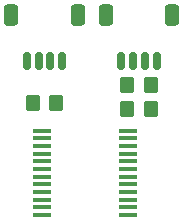
<source format=gbr>
%TF.GenerationSoftware,KiCad,Pcbnew,(6.0.7)*%
%TF.CreationDate,2022-10-11T20:39:03-05:00*%
%TF.ProjectId,PCA9535,50434139-3533-4352-9e6b-696361645f70,rev?*%
%TF.SameCoordinates,Original*%
%TF.FileFunction,Paste,Top*%
%TF.FilePolarity,Positive*%
%FSLAX46Y46*%
G04 Gerber Fmt 4.6, Leading zero omitted, Abs format (unit mm)*
G04 Created by KiCad (PCBNEW (6.0.7)) date 2022-10-11 20:39:03*
%MOMM*%
%LPD*%
G01*
G04 APERTURE LIST*
G04 Aperture macros list*
%AMRoundRect*
0 Rectangle with rounded corners*
0 $1 Rounding radius*
0 $2 $3 $4 $5 $6 $7 $8 $9 X,Y pos of 4 corners*
0 Add a 4 corners polygon primitive as box body*
4,1,4,$2,$3,$4,$5,$6,$7,$8,$9,$2,$3,0*
0 Add four circle primitives for the rounded corners*
1,1,$1+$1,$2,$3*
1,1,$1+$1,$4,$5*
1,1,$1+$1,$6,$7*
1,1,$1+$1,$8,$9*
0 Add four rect primitives between the rounded corners*
20,1,$1+$1,$2,$3,$4,$5,0*
20,1,$1+$1,$4,$5,$6,$7,0*
20,1,$1+$1,$6,$7,$8,$9,0*
20,1,$1+$1,$8,$9,$2,$3,0*%
G04 Aperture macros list end*
%ADD10RoundRect,0.250000X0.350000X0.650000X-0.350000X0.650000X-0.350000X-0.650000X0.350000X-0.650000X0*%
%ADD11RoundRect,0.150000X0.150000X0.625000X-0.150000X0.625000X-0.150000X-0.625000X0.150000X-0.625000X0*%
%ADD12R,1.639799X0.431000*%
%ADD13RoundRect,0.250000X0.350000X0.450000X-0.350000X0.450000X-0.350000X-0.450000X0.350000X-0.450000X0*%
%ADD14RoundRect,0.250000X-0.350000X-0.450000X0.350000X-0.450000X0.350000X0.450000X-0.350000X0.450000X0*%
G04 APERTURE END LIST*
D10*
%TO.C,J2*%
X169300000Y-75125000D03*
X163700000Y-75125000D03*
D11*
X165000000Y-79000000D03*
X166000000Y-79000000D03*
X167000000Y-79000000D03*
X168000000Y-79000000D03*
%TD*%
%TO.C,J1*%
X176000000Y-79000000D03*
X175000000Y-79000000D03*
X174000000Y-79000000D03*
X173000000Y-79000000D03*
D10*
X171700000Y-75125000D03*
X177300000Y-75125000D03*
%TD*%
D12*
%TO.C,U1*%
X166286900Y-84877501D03*
X166286900Y-85527500D03*
X166286900Y-86177498D03*
X166286900Y-86827499D03*
X166286900Y-87477498D03*
X166286900Y-88127499D03*
X166286900Y-88777498D03*
X166286900Y-89427499D03*
X166286900Y-90077498D03*
X166286900Y-90727499D03*
X166286900Y-91377498D03*
X166286900Y-92027499D03*
X173551300Y-92027499D03*
X173551300Y-91377500D03*
X173551300Y-90727499D03*
X173551300Y-90077501D03*
X173551300Y-89427499D03*
X173551300Y-88777501D03*
X173551300Y-88127502D03*
X173551300Y-87477501D03*
X173551300Y-86827502D03*
X173551300Y-86177501D03*
X173551300Y-85527502D03*
X173551300Y-84877501D03*
%TD*%
D13*
%TO.C,R1*%
X175500000Y-83000000D03*
X173500000Y-83000000D03*
%TD*%
%TO.C,R2*%
X175500000Y-81000000D03*
X173500000Y-81000000D03*
%TD*%
D14*
%TO.C,R3*%
X165500000Y-82500000D03*
X167500000Y-82500000D03*
%TD*%
M02*

</source>
